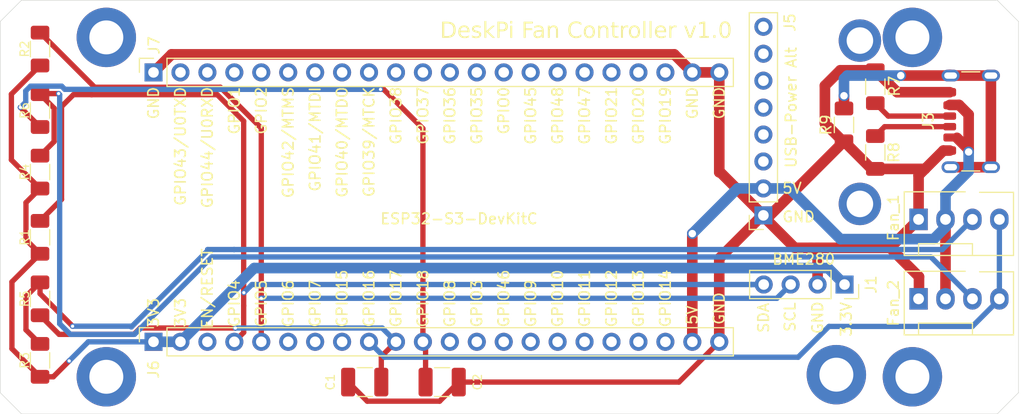
<source format=kicad_pcb>
(kicad_pcb (version 20241229) (generator "pcbnew") (generator_version "9.0")
  (layers (0 "F.Cu" signal) (2 "B.Cu" signal) (13 "F.Paste" user) (15 "B.Paste" user) (5 "F.SilkS" user "F.Silkscreen") (7 "B.SilkS" user "B.Silkscreen") (1 "F.Mask" user) (3 "B.Mask" user) (25 "Edge.Cuts" user))
  (net 0 "")
  (net 7 "Net-(J3-CC2)")
  (net 8 "Net-(J3-CC1)")
  (net 9 "Net-(J3-SHIELD)")
  (net 10 "Tach_Fan1")
  (net 11 "GND")
  (net 12 "Tach_Fan2")
  (net 13 "SDA")
  (net 14 "3.3V")
  (net 15 "SCL")
  (net 16 "5V")
  (net 17 "PWM")
  (net 18 "Tach_Fan1_pullup")
  (net 19 "Tach_Fan2_pullup")
  (net 20 "GPIO10")
  (net 21 "GPIO09")
  (net 22 "GPIO12")
  (net 23 "GPIO46")
  (net 24 "GPIO11")
  (net 25 "GPIO03")
  (net 26 "GPIO06")
  (net 27 "GPIO15")
  (net 28 "CHIP_PU")
  (net 29 "GPIO07")
  (net 30 "GPIO08")
  (net 31 "GPIO14")
  (net 32 "GPIO13")
  (net 33 "GPIO21")
  (net 34 "GPIO01")
  (net 35 "GPIO41")
  (net 36 "GPIO19")
  (net 37 "GPIO02")
  (net 38 "GPIO42")
  (net 39 "GPIO37")
  (net 40 "GPIO36")
  (net 41 "GPIO48")
  (net 42 "GPIO39")
  (net 43 "GPIO0")
  (net 44 "GPIO47")
  (net 45 "GPIO38")
  (net 46 "GPIO40")
  (net 47 "GPIO45")
  (net 48 "GPIO35")
  (net 49 "GPIO44")
  (net 50 "GPIO20")
  (net 51 "GPIO43")
  (footprint "Resistor_SMD:R_1206_3216Metric_Pad1.30x1.75mm_HandSolder" (layer "F.Cu") (at 189.5 88.65 90)
    (property "Reference" "R7" (at 0.05 1.8 90) (layer "F.SilkS"))
    (property "Value" "5100R" (hide yes))
    (fp_line (start -0.727064 -0.91) (end 0.727064 -0.91) (stroke (width 0.12)) (layer "F.SilkS"))
    (fp_line (start -0.727064 0.91) (end 0.727064 0.91) (stroke (width 0.12)) (layer "F.SilkS"))
    (pad "1" smd roundrect (at -1.55 0 90) (size 1.3 1.75) (layers "F.Cu" "F.Mask" "F.Paste") (roundrect_rratio 0.192308) (net 7 "Net-(J3-CC2)"))
    (pad "2" smd roundrect (at 1.55 0 90) (size 1.3 1.75) (layers "F.Cu" "F.Mask" "F.Paste") (roundrect_rratio 0.192308) (net 11 "GND"))
  )
  (footprint "Connector_PinSocket_2.54mm:PinSocket_1x22_P2.54mm_Vertical" (layer "F.Cu") (at 121.449 87.301 90)
    (property "Reference" "J7" (at 2.55 0.05 270) (layer "F.SilkS"))
    (property "Value" "Conn_01x22_Socket" (hide yes))
    (fp_line (start 1.33 -1.33) (end 1.33 0) (stroke (width 0.12)) (layer "F.SilkS"))
    (fp_line (start 0 -1.33) (end 1.33 -1.33) (stroke (width 0.12)) (layer "F.SilkS"))
    (fp_line (start 1.33 1.27) (end 1.33 54.67) (stroke (width 0.12)) (layer "F.SilkS"))
    (fp_line (start -1.33 1.27) (end 1.33 1.27) (stroke (width 0.12)) (layer "F.SilkS"))
    (fp_line (start -1.33 1.27) (end -1.33 54.67) (stroke (width 0.12)) (layer "F.SilkS"))
    (fp_line (start -1.33 54.67) (end 1.33 54.67) (stroke (width 0.12)) (layer "F.SilkS"))
    (pad "1" thru_hole rect (at 0 0 90) (size 1.7 1.7) (drill 1) (layers "*.Cu" "*.Mask") (net 11 "GND"))
    (pad "2" thru_hole circle (at 0 2.54 90) (size 1.7 1.7) (drill 1) (layers "*.Cu" "*.Mask") (net 51 "GPIO43"))
    (pad "3" thru_hole circle (at 0 5.08 90) (size 1.7 1.7) (drill 1) (layers "*.Cu" "*.Mask") (net 49 "GPIO44"))
    (pad "4" thru_hole circle (at 0 7.62 90) (size 1.7 1.7) (drill 1) (layers "*.Cu" "*.Mask") (net 34 "GPIO01"))
    (pad "5" thru_hole circle (at 0 10.16 90) (size 1.7 1.7) (drill 1) (layers "*.Cu" "*.Mask") (net 37 "GPIO02"))
    (pad "6" thru_hole circle (at 0 12.7 90) (size 1.7 1.7) (drill 1) (layers "*.Cu" "*.Mask") (net 38 "GPIO42"))
    (pad "7" thru_hole circle (at 0 15.24 90) (size 1.7 1.7) (drill 1) (layers "*.Cu" "*.Mask") (net 35 "GPIO41"))
    (pad "8" thru_hole circle (at 0 17.78 90) (size 1.7 1.7) (drill 1) (layers "*.Cu" "*.Mask") (net 46 "GPIO40"))
    (pad "9" thru_hole circle (at 0 20.32 90) (size 1.7 1.7) (drill 1) (layers "*.Cu" "*.Mask") (net 42 "GPIO39"))
    (pad "10" thru_hole circle (at 0 22.86 90) (size 1.7 1.7) (drill 1) (layers "*.Cu" "*.Mask") (net 45 "GPIO38"))
    (pad "11" thru_hole circle (at 0 25.4 90) (size 1.7 1.7) (drill 1) (layers "*.Cu" "*.Mask") (net 39 "GPIO37"))
    (pad "12" thru_hole circle (at 0 27.94 90) (size 1.7 1.7) (drill 1) (layers "*.Cu" "*.Mask") (net 40 "GPIO36"))
    (pad "13" thru_hole circle (at 0 30.48 90) (size 1.7 1.7) (drill 1) (layers "*.Cu" "*.Mask") (net 48 "GPIO35"))
    (pad "14" thru_hole circle (at 0 33.02 90) (size 1.7 1.7) (drill 1) (layers "*.Cu" "*.Mask") (net 43 "GPIO0"))
    (pad "15" thru_hole circle (at 0 35.56 90) (size 1.7 1.7) (drill 1) (layers "*.Cu" "*.Mask") (net 47 "GPIO45"))
    (pad "16" thru_hole circle (at 0 38.1 90) (size 1.7 1.7) (drill 1) (layers "*.Cu" "*.Mask") (net 41 "GPIO48"))
    (pad "17" thru_hole circle (at 0 40.64 90) (size 1.7 1.7) (drill 1) (layers "*.Cu" "*.Mask") (net 44 "GPIO47"))
    (pad "18" thru_hole circle (at 0 43.18 90) (size 1.7 1.7) (drill 1) (layers "*.Cu" "*.Mask") (net 33 "GPIO21"))
    (pad "19" thru_hole circle (at 0 45.72 90) (size 1.7 1.7) (drill 1) (layers "*.Cu" "*.Mask") (net 50 "GPIO20"))
    (pad "20" thru_hole circle (at 0 48.26 90) (size 1.7 1.7) (drill 1) (layers "*.Cu" "*.Mask") (net 36 "GPIO19"))
    (pad "21" thru_hole circle (at 0 50.8 90) (size 1.7 1.7) (drill 1) (layers "*.Cu" "*.Mask") (net 11 "GND"))
    (pad "22" thru_hole circle (at 0 53.34 90) (size 1.7 1.7) (drill 1) (layers "*.Cu" "*.Mask") (net 11 "GND"))
  )
  (footprint "Resistor_SMD:R_1206_3216Metric_Pad1.30x1.75mm_HandSolder" (layer "F.Cu") (at 110.75 108.65 90)
    (property "Reference" "R5" (hide yes))
    (property "Value" "3300R" (hide yes))
    (fp_line (start -0.727064 -0.91) (end 0.727064 -0.91) (stroke (width 0.12)) (layer "F.SilkS"))
    (fp_line (start -0.727064 0.91) (end 0.727064 0.91) (stroke (width 0.12)) (layer "F.SilkS"))
    (fp_text user "${REFERENCE}" (at 0 -1.45 90) (layer "F.SilkS") (effects (font (size 0.8 0.8) (thickness 0.12))))
    (pad "1" smd roundrect (at -1.55 0 90) (size 1.3 1.75) (layers "F.Cu" "F.Mask" "F.Paste") (roundrect_rratio 0.192308) (net 10 "Tach_Fan1"))
    (pad "2" smd roundrect (at 1.55 0 90) (size 1.3 1.75) (layers "F.Cu" "F.Mask" "F.Paste") (roundrect_rratio 0.192308) (net 18 "Tach_Fan1_pullup"))
  )
  (footprint "MountingHole:MountingHole_3.2mm_M3_DIN965_Pad" (layer "F.Cu") (at 193 116)
    (property "Reference" "H4" (hide yes))
    (property "Value" "MountingHole" (hide yes))
    (pad "1" thru_hole circle (at 0 0) (size 5.6 5.6) (drill 3.2) (layers "*.Cu" "*.Mask"))
  )
  (footprint "Connector_USB:USB_C_Receptacle_GCT_USB4125-xx-x_6P_TopMnt_Horizontal" (layer "F.Cu") (at 199.6 91.92 90)
    (property "Reference" "J3" (at 0 -5.1 90) (layer "F.SilkS"))
    (property "Value" "USB_C_Receptacle_PowerOnly_6P" (hide yes))
    (fp_line (start 4.67 -0.25) (end 4.67 -1.95) (stroke (width 0.12)) (layer "F.SilkS"))
    (fp_line (start -4.67 -0.25) (end -4.67 -1.95) (stroke (width 0.12)) (layer "F.SilkS"))
    (pad "A5" smd roundrect (at -0.5 -3.08 90) (size 0.7 1.2) (layers "F.Cu" "F.Mask" "F.Paste") (net 8 "Net-(J3-CC1)"))
    (pad "A9" smd roundrect (at 1.52 -3.08 270) (size 0.76 1.2) (layers "F.Cu" "F.Mask" "F.Paste") (net 16 "5V"))
    (pad "A12" smd roundrect (at 2.75 -3.08 270) (size 0.8 1.2) (layers "F.Cu" "F.Mask" "F.Paste") (net 11 "GND"))
    (pad "B5" smd roundrect (at 0.5 -3.08 270) (size 0.7 1.2) (layers "F.Cu" "F.Mask" "F.Paste") (net 7 "Net-(J3-CC2)"))
    (pad "B9" smd roundrect (at -1.52 -3.08 90) (size 0.76 1.2) (layers "F.Cu" "F.Mask" "F.Paste") (net 16 "5V"))
    (pad "B12" smd roundrect (at -2.75 -3.08 90) (size 0.8 1.2) (layers "F.Cu" "F.Mask" "F.Paste") (net 11 "GND"))
    (pad "S1" thru_hole oval (at -4.32 -3 90) (size 1.1 1.7) (drill oval 0.6 1.2) (property pad_prop_heatsink) (layers "*.Cu" "*.Mask" "F.Paste") (net 9 "Net-(J3-SHIELD)"))
    (pad "S1" thru_hole oval (at -4.32 0.8 90) (size 1.1 1.7) (drill oval 0.6 1.2) (property pad_prop_heatsink) (layers "*.Cu" "*.Mask" "F.Paste") (net 9 "Net-(J3-SHIELD)"))
    (pad "S1" thru_hole oval (at 4.32 -3 90) (size 1.1 1.7) (drill oval 0.6 1.2) (property pad_prop_heatsink) (layers "*.Cu" "*.Mask" "F.Paste") (net 9 "Net-(J3-SHIELD)"))
    (pad "S1" thru_hole oval (at 4.32 0.8 90) (size 1.1 1.7) (drill oval 0.6 1.2) (property pad_prop_heatsink) (layers "*.Cu" "*.Mask" "F.Paste") (net 9 "Net-(J3-SHIELD)"))
  )
  (footprint "Resistor_SMD:R_1206_3216Metric_Pad1.30x1.75mm_HandSolder" (layer "F.Cu") (at 110.75 96.7 90)
    (property "Reference" "R4" (hide yes))
    (property "Value" "10000R" (hide yes))
    (fp_line (start -0.727064 -0.91) (end 0.727064 -0.91) (stroke (width 0.12)) (layer "F.SilkS"))
    (fp_line (start -0.727064 0.91) (end 0.727064 0.91) (stroke (width 0.12)) (layer "F.SilkS"))
    (fp_text user "${REFERENCE}" (at 0 -1.45 90) (layer "F.SilkS") (effects (font (size 0.8 0.8) (thickness 0.12))))
    (pad "1" smd roundrect (at -1.55 0 90) (size 1.3 1.75) (layers "F.Cu" "F.Mask" "F.Paste") (roundrect_rratio 0.192308) (net 14 "3.3V"))
    (pad "2" smd roundrect (at 1.55 0 90) (size 1.3 1.75) (layers "F.Cu" "F.Mask" "F.Paste") (roundrect_rratio 0.192308) (net 19 "Tach_Fan2_pullup"))
  )
  (footprint "Capacitor_SMD:C_1210_3225Metric_Pad1.33x2.70mm_HandSolder" (layer "F.Cu") (at 141.3625 116.5)
    (property "Reference" "C1" (hide yes))
    (property "Value" "0.1nF" (hide yes))
    (fp_line (start -0.711252 -1.36) (end 0.711252 -1.36) (stroke (width 0.12)) (layer "F.SilkS"))
    (fp_line (start -0.711252 1.36) (end 0.711252 1.36) (stroke (width 0.12)) (layer "F.SilkS"))
    (fp_text user "${REFERENCE}" (at -3.2375 0 90) (layer "F.SilkS") (effects (font (size 0.8 0.8) (thickness 0.12))))
    (pad "1" smd roundrect (at -1.5625 0) (size 1.325 2.7) (layers "F.Cu" "F.Mask" "F.Paste") (roundrect_rratio 0.188679) (net 11 "GND"))
    (pad "2" smd roundrect (at 1.5625 0) (size 1.325 2.7) (layers "F.Cu" "F.Mask" "F.Paste") (roundrect_rratio 0.188679) (net 10 "Tach_Fan1"))
  )
  (footprint "Resistor_SMD:R_1206_3216Metric_Pad1.30x1.75mm_HandSolder" (layer "F.Cu") (at 110.75 85.1 90)
    (property "Reference" "R2" (hide yes))
    (property "Value" "3300R" (hide yes))
    (fp_line (start -0.727064 -0.91) (end 0.727064 -0.91) (stroke (width 0.12)) (layer "F.SilkS"))
    (fp_line (start -0.727064 0.91) (end 0.727064 0.91) (stroke (width 0.12)) (layer "F.SilkS"))
    (fp_text user "${REFERENCE}" (at 0 -1.45 90) (layer "F.SilkS") (effects (font (size 0.8 0.8) (thickness 0.12))))
    (pad "1" smd roundrect (at -1.55 0 90) (size 1.3 1.75) (layers "F.Cu" "F.Mask" "F.Paste") (roundrect_rratio 0.192308) (net 14 "3.3V"))
    (pad "2" smd roundrect (at 1.55 0 90) (size 1.3 1.75) (layers "F.Cu" "F.Mask" "F.Paste") (roundrect_rratio 0.192308) (net 15 "SCL"))
  )
  (footprint "MountingHole:MountingHole_3.2mm_M3_DIN965_Pad" (layer "F.Cu") (at 117 116)
    (property "Reference" "H1" (hide yes))
    (property "Value" "MountingHole" (hide yes))
    (pad "1" thru_hole circle (at 0 0) (size 5.6 5.6) (drill 3.2) (layers "*.Cu" "*.Mask"))
  )
  (footprint "" (layer "F.Cu") (at 188.049 99.701)
    (property "Reference" "" (at 0 0 0) (layer "F.SilkS") (effects (font (size 1.27 1.27))))
    (property "Value" "")
    (pad "9" thru_hole circle (at 0 0 180) (size 4 4) (drill 2.5) (layers "*.Cu" "*.Mask"))
  )
  (footprint "PCM_Espressif:ESP32-S3-DevKitC" (layer "F.Cu") (at 121 112.4 90)
    (property "Reference" "U1" (hide yes))
    (property "Value" "ESP32-S3-DevKitC" (at 11.299 29.249 0) (layer "F.SilkS"))
    (fp_text user "GPIO16" (at 0.969 20.769 90) (layer "F.SilkS") (effects (justify left)))
    (fp_text user "GPIO42/MTMS" (at 23.829 13.149 90) (layer "F.SilkS") (effects (justify right)))
    (fp_text user "GPIO35" (at 23.829 30.929 90) (layer "F.SilkS") (effects (justify right)))
    (fp_text user "GPIO0" (at 23.829 33.469 90) (layer "F.SilkS") (effects (justify right)))
    (fp_text user "GPIO11" (at 0.969 41.089 90) (layer "F.SilkS") (effects (justify left)))
    (fp_text user "GPIO43/U0TXD" (at 23.829 2.989 90) (layer "F.SilkS") (effects (justify right)))
    (fp_text user "GPIO46" (at 0.969 33.469 90) (layer "F.SilkS") (effects (justify left)))
    (fp_text user "GPIO36" (at 23.829 28.389 90) (layer "F.SilkS") (effects (justify right)))
    (fp_text user "GPIO15" (at 0.969 18.229 90) (layer "F.SilkS") (effects (justify left)))
    (fp_text user "3V3" (at 0.969 2.989 90) (layer "F.SilkS") (effects (justify left)))
    (fp_text user "GPIO10" (at 0.969 38.549 90) (layer "F.SilkS") (effects (justify left)))
    (fp_text user "GPIO37" (at 23.829 25.849 90) (layer "F.SilkS") (effects (justify right)))
    (fp_text user "GPIO12" (at 0.969 43.629 90) (layer "F.SilkS") (effects (justify left)))
    (fp_text user "GPIO6" (at 0.969 13.149 90) (layer "F.SilkS") (effects (justify left)))
    (fp_text user "GPIO3" (at 0.969 30.929 90) (layer "F.SilkS") (effects (justify left)))
    (fp_text user "GPIO8" (at 0.969 28.389 90) (layer "F.SilkS") (effects (justify left)))
    (fp_text user "GPIO44/U0RXD" (at 23.829 5.529 90) (layer "F.SilkS") (effects (justify right)))
    (fp_text user "5V" (at 1.21932 51.24628 90) (layer "F.SilkS") (effects (justify left)))
    (fp_text user "GPIO13" (at 0.969 46.169 90) (layer "F.SilkS") (effects (justify left)))
    (fp_text user "GPIO48" (at 23.829 38.549 90) (layer "F.SilkS") (effects (justify right)))
    (fp_text user "GPIO21" (at 23.829 43.629 90) (layer "F.SilkS") (effects (justify right)))
    (fp_text user "GPIO7" (at 0.969 15.689 90) (layer "F.SilkS") (effects (justify left)))
    (fp_text user "GPIO9" (at 0.969 36.009 90) (layer "F.SilkS") (effects (justify left)))
    (fp_text user "3V3" (at 0.969 0.449 90) (layer "F.SilkS") (effects (justify left)))
    (fp_text user "GPIO1" (at 23.829 8.069 90) (layer "F.SilkS") (effects (justify right)))
    (fp_text user "GPIO40/MTDO" (at 23.829 18.229 90) (layer "F.SilkS") (effects (justify right)))
    (fp_text user "GND" (at 1.21932 53.78628 90) (layer "F.SilkS") (effects (justify left)))
    (fp_text user "GPIO45" (at 23.829 36.009 90) (layer "F.SilkS") (effects (justify right)))
    (fp_text user "GPIO39/MTCK" (at 23.829 20.769 90) (layer "F.SilkS") (effects (justify right)))
    (fp_text user "GND" (at 23.829 51.249 90) (layer "F.SilkS") (effects (justify right)))
    (fp_text user "EN/RESET" (at 8.58532 5.52628 90) (layer "F.SilkS") (effects (justify right)))
    (fp_text user "GPIO38" (at 23.829 23.309 90) (layer "F.SilkS") (effects (justify right)))
    (fp_text user "GPIO4" (at 0.969 8.069 90) (layer "F.SilkS") (effects (justify left)))
    (fp_text user "GPIO17" (at 0.969 23.309 90) (layer "F.SilkS") (effects (justify left)))
    (fp_text user "GPIO14" (at 0.969 48.709 90) (layer "F.SilkS") (effects (justify left)))
    (fp_text user "GPIO18" (at 0.969 25.849 90) (layer "F.SilkS") (effects (justify left)))
    (fp_text user "GPIO20" (at 23.829 46.169 90) (layer "F.SilkS") (effects (justify right)))
    (fp_text user "GPIO47" (at 23.829 41.089 90) (layer "F.SilkS") (effects (justify right)))
    (fp_text user "GPIO5" (at 0.969 10.609 90) (layer "F.SilkS") (effects (justify left)))
    (fp_text user "GPIO41/MTDI" (at 23.829 15.689 90) (layer "F.SilkS") (effects (justify right)))
    (fp_text user "GPIO19" (at 23.829 48.709 90) (layer "F.SilkS") (effects (justify right)))
    (fp_text user "GND" (at 23.829 53.789 90) (layer "F.SilkS") (effects (justify right)))
    (fp_text user "GND" (at 23.829 0.449 90) (layer "F.SilkS") (effects (justify right)))
    (fp_text user "GPIO2" (at 23.829 10.609 90) (layer "F.SilkS") (effects (justify right)))
  )
  (footprint "Connector:FanPinHeader_1x04_P2.54mm_Vertical" (layer "F.Cu") (at 193.58 101.16)
    (property "Reference" "J2" (hide yes))
    (property "Value" "Fan_1" (hide yes))
    (fp_line (start -1.35 -2.6) (end 4.4 -2.6) (stroke (width 0.12)) (layer "F.SilkS"))
    (fp_line (start -1.35 3.4) (end -1.35 -2.6) (stroke (width 0.12)) (layer "F.SilkS"))
    (fp_line (start 0 2.29) (end 5.08 2.29) (stroke (width 0.12)) (layer "F.SilkS"))
    (fp_line (start 0 3.3) (end 0 2.29) (stroke (width 0.12)) (layer "F.SilkS"))
    (fp_line (start 5.08 2.29) (end 5.08 3.3) (stroke (width 0.12)) (layer "F.SilkS"))
    (fp_line (start 5.75 -2.55) (end 8.95 -2.55) (stroke (width 0.12)) (layer "F.SilkS"))
    (fp_line (start 8.95 -2.55) (end 8.95 3.4) (stroke (width 0.12)) (layer "F.SilkS"))
    (fp_line (start 8.95 3.4) (end -1.35 3.4) (stroke (width 0.12)) (layer "F.SilkS"))
    (pad "" np_thru_hole circle (at 5.08 -2.16 90) (size 1.1 1.1) (drill 1.1) (layers "*.Cu" "*.Mask"))
    (pad "1" thru_hole rect (at 0 0 90) (size 2.03 1.73) (drill 1.02) (layers "*.Cu" "*.Mask") (net 11 "GND"))
    (pad "2" thru_hole oval (at 2.54 0 90) (size 2.03 1.73) (drill 1.02) (layers "*.Cu" "*.Mask") (net 16 "5V"))
    (pad "3" thru_hole oval (at 5.08 0 90) (size 2.03 1.73) (drill 1.02) (layers "*.Cu" "*.Mask") (net 18 "Tach_Fan1_pullup"))
    (pad "4" thru_hole oval (at 7.62 0 90) (size 2.03 1.73) (drill 1.02) (layers "*.Cu" "*.Mask") (net 17 "PWM"))
  )
  (footprint "Capacitor_SMD:C_1210_3225Metric_Pad1.33x2.70mm_HandSolder" (layer "F.Cu") (at 148.6625 116.5 180)
    (property "Reference" "C2" (hide yes))
    (property "Value" "0.1nF" (hide yes))
    (fp_line (start -0.711252 1.36) (end 0.711252 1.36) (stroke (width 0.12)) (layer "F.SilkS"))
    (fp_line (start -0.711252 -1.36) (end 0.711252 -1.36) (stroke (width 0.12)) (layer "F.SilkS"))
    (fp_text user "${REFERENCE}" (at -3.3375 0 90) (layer "F.SilkS") (effects (font (size 0.8 0.8) (thickness 0.12))))
    (pad "1" smd roundrect (at -1.5625 0 180) (size 1.325 2.7) (layers "F.Cu" "F.Mask" "F.Paste") (roundrect_rratio 0.188679) (net 11 "GND"))
    (pad "2" smd roundrect (at 1.5625 0 180) (size 1.325 2.7) (layers "F.Cu" "F.Mask" "F.Paste") (roundrect_rratio 0.188679) (net 12 "Tach_Fan2"))
  )
  (footprint "Connector_PinSocket_2.54mm:PinSocket_1x22_P2.54mm_Vertical" (layer "F.Cu") (at 121.449 112.701 90)
    (property "Reference" "J6" (at -2.6 0 270) (layer "F.SilkS"))
    (property "Value" "Conn_01x22_Socket" (hide yes))
    (fp_line (start 1.33 -1.33) (end 1.33 0) (stroke (width 0.12)) (layer "F.SilkS"))
    (fp_line (start 0 -1.33) (end 1.33 -1.33) (stroke (width 0.12)) (layer "F.SilkS"))
    (fp_line (start 1.33 1.27) (end 1.33 54.67) (stroke (width 0.12)) (layer "F.SilkS"))
    (fp_line (start -1.33 1.27) (end 1.33 1.27) (stroke (width 0.12)) (layer "F.SilkS"))
    (fp_line (start -1.33 1.27) (end -1.33 54.67) (stroke (width 0.12)) (layer "F.SilkS"))
    (fp_line (start -1.33 54.67) (end 1.33 54.67) (stroke (width 0.12)) (layer "F.SilkS"))
    (pad "1" thru_hole rect (at 0 0 90) (size 1.7 1.7) (drill 1) (layers "*.Cu" "*.Mask") (net 14 "3.3V"))
    (pad "2" thru_hole circle (at 0 2.54 90) (size 1.7 1.7) (drill 1) (layers "*.Cu" "*.Mask") (net 14 "3.3V"))
    (pad "3" thru_hole circle (at 0 5.08 90) (size 1.7 1.7) (drill 1) (layers "*.Cu" "*.Mask") (net 28 "CHIP_PU"))
    (pad "4" thru_hole circle (at 0 7.62 90) (size 1.7 1.7) (drill 1) (layers "*.Cu" "*.Mask") (net 13 "SDA"))
    (pad "5" thru_hole circle (at 0 10.16 90) (size 1.7 1.7) (drill 1) (layers "*.Cu" "*.Mask") (net 15 "SCL"))
    (pad "6" thru_hole circle (at 0 12.7 90) (size 1.7 1.7) (drill 1) (layers "*.Cu" "*.Mask") (net 26 "GPIO06"))
    (pad "7" thru_hole circle (at 0 15.24 90) (size 1.7 1.7) (drill 1) (layers "*.Cu" "*.Mask") (net 29 "GPIO07"))
    (pad "8" thru_hole circle (at 0 17.78 90) (size 1.7 1.7) (drill 1) (layers "*.Cu" "*.Mask") (net 27 "GPIO15"))
    (pad "9" thru_hole circle (at 0 20.32 90) (size 1.7 1.7) (drill 1) (layers "*.Cu" "*.Mask") (net 17 "PWM"))
    (pad "10" thru_hole circle (at 0 22.86 90) (size 1.7 1.7) (drill 1) (layers "*.Cu" "*.Mask") (net 10 "Tach_Fan1"))
    (pad "11" thru_hole circle (at 0 25.4 90) (size 1.7 1.7) (drill 1) (layers "*.Cu" "*.Mask") (net 12 "Tach_Fan2"))
    (pad "12" thru_hole circle (at 0 27.94 90) (size 1.7 1.7) (drill 1) (layers "*.Cu" "*.Mask") (net 30 "GPIO08"))
    (pad "13" thru_hole circle (at 0 30.48 90) (size 1.7 1.7) (drill 1) (layers "*.Cu" "*.Mask") (net 25 "GPIO03"))
    (pad "14" thru_hole circle (at 0 33.02 90) (size 1.7 1.7) (drill 1) (layers "*.Cu" "*.Mask") (net 23 "GPIO46"))
    (pad "15" thru_hole circle (at 0 35.56 90) (size 1.7 1.7) (drill 1) (layers "*.Cu" "*.Mask") (net 21 "GPIO09"))
    (pad "16" thru_hole circle (at 0 38.1 90) (size 1.7 1.7) (drill 1) (layers "*.Cu" "*.Mask") (net 20 "GPIO10"))
    (pad "17" thru_hole circle (at 0 40.64 90) (size 1.7 1.7) (drill 1) (layers "*.Cu" "*.Mask") (net 24 "GPIO11"))
    (pad "18" thru_hole circle (at 0 43.18 90) (size 1.7 1.7) (drill 1) (layers "*.Cu" "*.Mask") (net 22 "GPIO12"))
    (pad "19" thru_hole circle (at 0 45.72 90) (size 1.7 1.7) (drill 1) (layers "*.Cu" "*.Mask") (net 32 "GPIO13"))
    (pad "20" thru_hole circle (at 0 48.26 90) (size 1.7 1.7) (drill 1) (layers "*.Cu" "*.Mask") (net 31 "GPIO14"))
    (pad "21" thru_hole circle (at 0 50.8 90) (size 1.7 1.7) (drill 1) (layers "*.Cu" "*.Mask") (net 16 "5V"))
    (pad "22" thru_hole circle (at 0 53.34 90) (size 1.7 1.7) (drill 1) (layers "*.Cu" "*.Mask") (net 11 "GND"))
  )
  (footprint "Resistor_SMD:R_1206_3216Metric_Pad1.30x1.75mm_HandSolder" (layer "F.Cu") (at 110.75 114.45 90)
    (property "Reference" "R3" (hide yes))
    (property "Value" "10000R" (hide yes))
    (fp_line (start -0.727064 -0.91) (end 0.727064 -0.91) (stroke (width 0.12)) (layer "F.SilkS"))
    (fp_line (start -0.727064 0.91) (end 0.727064 0.91) (stroke (width 0.12)) (layer "F.SilkS"))
    (fp_text user "${REFERENCE}" (at 0 -1.45 90) (layer "F.SilkS") (effects (font (size 0.8 0.8) (thickness 0.12))))
    (pad "1" smd roundrect (at -1.55 0 90) (size 1.3 1.75) (layers "F.Cu" "F.Mask" "F.Paste") (roundrect_rratio 0.192308) (net 14 "3.3V"))
    (pad "2" smd roundrect (at 1.55 0 90) (size 1.3 1.75) (layers "F.Cu" "F.Mask" "F.Paste") (roundrect_rratio 0.192308) (net 18 "Tach_Fan1_pullup"))
  )
  (footprint "Resistor_SMD:R_1206_3216Metric_Pad1.30x1.75mm_HandSolder" (layer "F.Cu") (at 110.75 102.85 90)
    (property "Reference" "R1" (hide yes))
    (property "Value" "3300R" (hide yes))
    (fp_line (start -0.727064 -0.91) (end 0.727064 -0.91) (stroke (width 0.12)) (layer "F.SilkS"))
    (fp_line (start -0.727064 0.91) (end 0.727064 0.91) (stroke (width 0.12)) (layer "F.SilkS"))
    (fp_text user "${REFERENCE}" (at 0 -1.45 90) (layer "F.SilkS") (effects (font (size 0.8 0.8) (thickness 0.12))))
    (pad "1" smd roundrect (at -1.55 0 90) (size 1.3 1.75) (layers "F.Cu" "F.Mask" "F.Paste") (roundrect_rratio 0.192308) (net 14 "3.3V"))
    (pad "2" smd roundrect (at 1.55 0 90) (size 1.3 1.75) (layers "F.Cu" "F.Mask" "F.Paste") (roundrect_rratio 0.192308) (net 13 "SDA"))
  )
  (footprint "Connector:FanPinHeader_1x04_P2.54mm_Vertical" (layer "F.Cu") (at 193.58 108.65)
    (property "Reference" "J4" (hide yes))
    (property "Value" "Fan_2" (at -2.38 0.4 90) (layer "F.SilkS"))
    (fp_line (start -1.35 -2.6) (end 4.4 -2.6) (stroke (width 0.12)) (layer "F.SilkS"))
    (fp_line (start -1.35 3.4) (end -1.35 -2.6) (stroke (width 0.12)) (layer "F.SilkS"))
    (fp_line (start 0 2.29) (end 5.08 2.29) (stroke (width 0.12)) (layer "F.SilkS"))
    (fp_line (start 0 3.3) (end 0 2.29) (stroke (width 0.12)) (layer "F.SilkS"))
    (fp_line (start 5.08 2.29) (end 5.08 3.3) (stroke (width 0.12)) (layer "F.SilkS"))
    (fp_line (start 5.75 -2.55) (end 8.95 -2.55) (stroke (width 0.12)) (layer "F.SilkS"))
    (fp_line (start 8.95 -2.55) (end 8.95 3.4) (stroke (width 0.12)) (layer "F.SilkS"))
    (fp_line (start 8.95 3.4) (end -1.35 3.4) (stroke (width 0.12)) (layer "F.SilkS"))
    (pad "" np_thru_hole circle (at 5.08 -2.16 90) (size 1.1 1.1) (drill 1.1) (layers "*.Cu" "*.Mask"))
    (pad "1" thru_hole rect (at 0 0 90) (size 2.03 1.73) (drill 1.02) (layers "*.Cu" "*.Mask") (net 11 "GND"))
    (pad "2" thru_hole oval (at 2.54 0 90) (size 2.03 1.73) (drill 1.02) (layers "*.Cu" "*.Mask") (net 16 "5V"))
    (pad "3" thru_hole oval (at 5.08 0 90) (size 2.03 1.73) (drill 1.02) (layers "*.Cu" "*.Mask") (net 19 "Tach_Fan2_pullup"))
    (pad "4" thru_hole oval (at 7.62 0 90) (size 2.03 1.73) (drill 1.02) (layers "*.Cu" "*.Mask") (net 17 "PWM"))
  )
  (footprint "MountingHole:MountingHole_3.2mm_M3_DIN965_Pad" (layer "F.Cu") (at 185.83 115.8 90)
    (property "Reference" "H9" (hide yes))
    (property "Value" "MountingHole" (hide yes))
    (pad "1" thru_hole circle (at 0 0 90) (size 5.6 5.6) (drill 3.2) (layers "*.Cu" "*.Mask"))
  )
  (footprint "Connector_PinSocket_2.54mm:PinSocket_1x04_P2.54mm_Vertical" (layer "F.Cu") (at 186.6 107.3 -90)
    (property "Reference" "J1" (at 0 -2.5 270) (layer "F.SilkS"))
    (property "Value" "BME280" (hide yes))
    (fp_line (start -1.33 8.95) (end 1.33 8.95) (stroke (width 0.12)) (layer "F.SilkS"))
    (fp_line (start -1.33 1.27) (end -1.33 8.95) (stroke (width 0.12)) (layer "F.SilkS"))
    (fp_line (start -1.33 1.27) (end 1.33 1.27) (stroke (width 0.12)) (layer "F.SilkS"))
    (fp_line (start 1.33 1.27) (end 1.33 8.95) (stroke (width 0.12)) (layer "F.SilkS"))
    (fp_line (start 0 -1.33) (end 1.33 -1.33) (stroke (width 0.12)) (layer "F.SilkS"))
    (fp_line (start 1.33 -1.33) (end 1.33 0) (stroke (width 0.12)) (layer "F.SilkS"))
    (pad "1" thru_hole rect (at 0 0 270) (size 1.7 1.7) (drill 1) (layers "*.Cu" "*.Mask") (net 14 "3.3V"))
    (pad "2" thru_hole circle (at 0 2.54 270) (size 1.7 1.7) (drill 1) (layers "*.Cu" "*.Mask") (net 11 "GND"))
    (pad "3" thru_hole circle (at 0 5.08 270) (size 1.7 1.7) (drill 1) (layers "*.Cu" "*.Mask") (net 15 "SCL"))
    (pad "4" thru_hole circle (at 0 7.62 270) (size 1.7 1.7) (drill 1) (layers "*.Cu" "*.Mask") (net 13 "SDA"))
  )
  (footprint "Connector_PinSocket_2.54mm:PinSocket_1x08_P2.54mm_Vertical" (layer "F.Cu") (at 178.949 100.781 180)
    (property "Reference" "J5" (at -2.5 18.18 90) (layer "F.SilkS"))
    (property "Value" "USB-C input" (hide yes))
    (fp_line (start 1.33 1.27) (end 1.33 19.11) (stroke (width 0.12)) (layer "F.SilkS"))
    (fp_line (start 1.33 -1.33) (end 1.33 0) (stroke (width 0.12)) (layer "F.SilkS"))
    (fp_line (start 0 -1.33) (end 1.33 -1.33) (stroke (width 0.12)) (layer "F.SilkS"))
    (fp_line (start -1.33 19.11) (end 1.33 19.11) (stroke (width 0.12)) (layer "F.SilkS"))
    (fp_line (start -1.33 1.27) (end 1.33 1.27) (stroke (width 0.12)) (layer "F.SilkS"))
    (fp_line (start -1.33 1.27) (end -1.33 19.11) (stroke (width 0.12)) (layer "F.SilkS"))
    (pad "1" thru_hole rect (at 0 0 180) (size 1.7 1.7) (drill 1) (layers "*.Cu" "*.Mask") (net 11 "GND"))
    (pad "2" thru_hole circle (at 0 2.54 180) (size 1.7 1.7) (drill 1) (layers "*.Cu" "*.Mask") (net 16 "5V"))
    (pad "3" thru_hole circle (at 0 5.08 180) (size 1.7 1.7) (drill 1) (layers "*.Cu" "*.Mask"))
    (pad "4" thru_hole circle (at 0 7.62 180) (size 1.7 1.7) (drill 1) (layers "*.Cu" "*.Mask"))
    (pad "5" thru_hole circle (at 0 10.16 180) (size 1.7 1.7) (drill 1) (layers "*.Cu" "*.Mask"))
    (pad "6" thru_hole circle (at 0 12.7 180) (size 1.7 1.7) (drill 1) (layers "*.Cu" "*.Mask"))
    (pad "7" thru_hole circle (at 0 15.24 180) (size 1.7 1.7) (drill 1) (layers "*.Cu" "*.Mask"))
    (pad "8" thru_hole circle (at 0 17.78 180) (size 1.7 1.7) (drill 1) (layers "*.Cu" "*.Mask"))
  )
  (footprint "" (layer "F.Cu") (at 188.049 84.301)
    (property "Reference" "" (at 0 0 0) (layer "F.SilkS") (effects (font (size 1.27 1.27))))
    (property "Value" "")
    (pad "10" thru_hole circle (at 0 0 180) (size 4 4) (drill 2.5) (layers "*.Cu" "*.Mask"))
  )
  (footprint "MountingHole:MountingHole_3.2mm_M3_DIN965_Pad" (layer "F.Cu") (at 193 84)
    (property "Reference" "H5" (hide yes))
    (property "Value" "MountingHole" (hide yes))
    (pad "1" thru_hole circle (at 0 0) (size 5.6 5.6) (drill 3.2) (layers "*.Cu" "*.Mask"))
  )
  (footprint "MountingHole:MountingHole_3.2mm_M3_DIN965_Pad" (layer "F.Cu") (at 117 84)
    (property "Reference" "H8" (hide yes))
    (property "Value" "MountingHole" (hide yes))
    (pad "1" thru_hole circle (at 0 0) (size 5.6 5.6) (drill 3.2) (layers "*.Cu" "*.Mask"))
  )
  (footprint "Resistor_SMD:R_1206_3216Metric_Pad1.30x1.75mm_HandSolder" (layer "F.Cu") (at 110.75 90.9 90)
    (property "Reference" "R6" (hide yes))
    (property "Value" "3300R" (hide yes))
    (fp_line (start -0.727064 -0.91) (end 0.727064 -0.91) (stroke (width 0.12)) (layer "F.SilkS"))
    (fp_line (start -0.727064 0.91) (end 0.727064 0.91) (stroke (width 0.12)) (layer "F.SilkS"))
    (fp_text user "${REFERENCE}" (at 0 -1.45 90) (layer "F.SilkS") (effects (font (size 0.8 0.8) (thickness 0.12))))
    (pad "1" smd roundrect (at -1.55 0 90) (size 1.3 1.75) (layers "F.Cu" "F.Mask" "F.Paste") (roundrect_rratio 0.192308) (net 12 "Tach_Fan2"))
    (pad "2" smd roundrect (at 1.55 0 90) (size 1.3 1.75) (layers "F.Cu" "F.Mask" "F.Paste") (roundrect_rratio 0.192308) (net 19 "Tach_Fan2_pullup"))
  )
  (footprint "Resistor_SMD:R_1206_3216Metric_Pad1.30x1.75mm_HandSolder" (layer "F.Cu") (at 186.549 92.251 90)
    (property "Reference" "R9" (at 0.001 -1.699 90) (layer "F.SilkS"))
    (property "Value" "1MR" (hide yes))
    (fp_line (start -0.727064 -0.91) (end 0.727064 -0.91) (stroke (width 0.12)) (layer "F.SilkS"))
    (fp_line (start -0.727064 0.91) (end 0.727064 0.91) (stroke (width 0.12)) (layer "F.SilkS"))
    (pad "1" smd roundrect (at -1.55 0 90) (size 1.3 1.75) (layers "F.Cu" "F.Mask" "F.Paste") (roundrect_rratio 0.192308) (net 11 "GND"))
    (pad "2" smd roundrect (at 1.55 0 90) (size 1.3 1.75) (layers "F.Cu" "F.Mask" "F.Paste") (roundrect_rratio 0.192308) (net 9 "Net-(J3-SHIELD)"))
  )
  (footprint "Resistor_SMD:R_1206_3216Metric_Pad1.30x1.75mm_HandSolder" (layer "F.Cu") (at 189.5 94.85 -90)
    (property "Reference" "R8" (at 0 -1.75 90) (layer "F.SilkS"))
    (property "Value" "5100R" (hide yes))
    (fp_line (start -0.727064 0.91) (end 0.727064 0.91) (stroke (width 0.12)) (layer "F.SilkS"))
    (fp_line (start -0.727064 -0.91) (end 0.727064 -0.91) (stroke (width 0.12)) (layer "F.SilkS"))
    (pad "1" smd roundrect (at -1.55 0 270) (size 1.3 1.75) (layers "F.Cu" "F.Mask" "F.Paste") (roundrect_rratio 0.192308) (net 8 "Net-(J3-CC1)"))
    (pad "2" smd roundrect (at 1.55 0 270) (size 1.3 1.75) (layers "F.Cu" "F.Mask" "F.Paste") (roundrect_rratio 0.192308) (net 11 "GND"))
  )
  (gr_line (start 203 82.5) (end 203 117.5) (stroke (width 0.05)) (layer "Edge.Cuts"))
  (gr_line (start 107 82.5) (end 109 80.5) (stroke (width 0.05)) (layer "Edge.Cuts"))
  (gr_line (start 109 80.5) (end 201 80.5) (stroke (width 0.05)) (layer "Edge.Cuts"))
  (gr_line (start 109 119.5) (end 201 119.5) (stroke (width 0.05)) (layer "Edge.Cuts"))
  (gr_line (start 203 117.5) (end 201 119.5) (stroke (width 0.05)) (layer "Edge.Cuts"))
  (gr_line (start 203 82.5) (end 201 80.5) (stroke (width 0.05)) (layer "Edge.Cuts"))
  (gr_line (start 107 82.5) (end 107 117.5) (stroke (width 0.05)) (layer "Edge.Cuts"))
  (gr_line (start 107 117.5) (end 109 119.5) (stroke (width 0.05)) (layer "Edge.Cuts"))
  (gr_text "DeskPi Fan Controller v1.0" (at 148.449 84.301 0) (layer "F.SilkS") (effects (font (size 1.5 1.5) (thickness 0.1875)) (justify left bottom)))
  (gr_text "GND" (at 184.65 112.05 90) (layer "F.SilkS") (effects (font (size 1 1)) (justify left bottom)))
  (gr_text "5V" (at 180.649 98.801 0) (layer "F.SilkS") (effects (font (size 1 1)) (justify left bottom)))
  (gr_text "Fan_1" (at 191.2 101 90) (layer "F.SilkS") (effects (font (size 1 1))))
  (gr_text "BME280" (at 179.7 105.5 0) (layer "F.SilkS") (effects (font (size 1 1)) (justify left bottom)))
  (gr_text "SCL" (at 182.05 111.85 90) (layer "F.SilkS") (effects (font (size 1 1)) (justify left bottom)))
  (gr_text "SDA" (at 179.55 111.95 90) (layer "F.SilkS") (effects (font (size 1 1)) (justify left bottom)))
  (gr_text "USB-Power Alt" (at 182.149 96.401 90) (layer "F.SilkS") (effects (font (size 1 1)) (justify left bottom)))
  (gr_text "3.3V" (at 187.35 112.3 90) (layer "F.SilkS") (effects (font (size 1 1)) (justify left bottom)))
  (gr_text "GND" (at 180.649 101.501 0) (layer "F.SilkS") (effects (font (size 1 1)) (justify left bottom)))
  (segment (start 190.72 91.42) (end 189.5 90.2) (width 0.5) (layer "F.Cu") (net 7))
  (segment (start 196.52 91.42) (end 190.72 91.42) (width 0.5) (layer "F.Cu") (net 7))
  (segment (start 190.38 92.42) (end 189.5 93.3) (width 0.5) (layer "F.Cu") (net 8))
  (segment (start 196.52 92.42) (end 190.38 92.42) (width 0.5) (layer "F.Cu") (net 8))
  (segment (start 196.6 96.24) (end 200.4 96.24) (width 1) (layer "F.Cu") (net 9))
  (segment (start 196.524 87.524) (end 196.6 87.6) (width 1) (layer "F.Cu") (net 9))
  (segment (start 196.6 87.6) (end 200.4 87.6) (width 1) (layer "F.Cu") (net 9))
  (segment (start 196.6 87.6) (end 191.9 87.6) (width 1) (layer "F.Cu") (net 9))
  (segment (start 186.549 90.701) (end 186.549 89.501) (width 1) (layer "F.Cu") (net 9))
  (segment (start 200.4 87.6) (end 200.4 96.24) (width 1) (layer "F.Cu") (net 9))
  (via (at 191.9 87.6) (size 1) (drill 0.7) (layers "F.Cu" "B.Cu") (net 9))
  (via (at 186.549 89.501) (size 1) (drill 0.7) (layers "F.Cu" "B.Cu") (net 9))
  (segment (start 186.549 89.501) (end 186.549 87.901) (width 1) (layer "B.Cu") (net 9))
  (segment (start 186.85 87.6) (end 191.9 87.6) (width 1) (layer "B.Cu") (net 9))
  (segment (start 186.549 87.901) (end 186.85 87.6) (width 1) (layer "B.Cu") (net 9))
  (segment (start 129.159882 111.4) (end 129.164383 111.404501) (width 0.5) (layer "F.Cu") (net 10))
  (segment (start 110.75 110.2) (end 112.55 112) (width 0.5) (layer "F.Cu") (net 10))
  (segment (start 120.2 111.4) (end 129.164383 111.4) (width 0.5) (layer "F.Cu") (net 10))
  (segment (start 142.925 114.085) (end 144.309 112.701) (width 0.5) (layer "F.Cu") (net 10))
  (segment (start 119.6 112) (end 120.2 111.4) (width 0.5) (layer "F.Cu") (net 10))
  (segment (start 142.925 116.5) (end 142.925 114.085) (width 0.5) (layer "F.Cu") (net 10))
  (segment (start 112.55 112) (end 119.6 112) (width 0.5) (layer "F.Cu") (net 10))
  (via (at 129.164383 111.404501) (size 0.5) (drill 0.3) (layers "F.Cu" "B.Cu") (net 10))
  (segment (start 129.168884 111.4) (end 143.008 111.4) (width 0.5) (layer "B.Cu") (net 10))
  (segment (start 129.164383 111.404501) (end 129.168884 111.4) (width 0.5) (layer "B.Cu") (net 10))
  (segment (start 143.008 111.4) (end 144.309 112.701) (width 0.5) (layer "B.Cu") (net 10))
  (segment (start 184.06 103.851) (end 184.05 103.841) (width 1) (layer "F.Cu") (net 11))
  (segment (start 189.5 96.4) (end 189.148 96.4) (width 1) (layer "F.Cu") (net 11))
  (segment (start 184.06 107.3) (end 184.06 103.851) (width 1) (layer "F.Cu") (net 11))
  (segment (start 195.92 94.67) (end 196.52 94.67) (width 1) (layer "F.Cu") (net 11))
  (segment (start 150.225 116.5) (end 170.99 116.5) (width 0.5) (layer "F.Cu") (net 11))
  (segment (start 178.949 100.781) (end 178.849 100.781) (width 1) (layer "F.Cu") (net 11))
  (segment (start 174.789 96.721) (end 174.889 96.721) (width 1) (layer "F.Cu") (net 11))
  (segment (start 193.62 108.66) (end 193.62 106.562) (width 1) (layer "F.Cu") (net 11))
  (segment (start 194.19 96.4) (end 195.92 94.67) (width 1) (layer "F.Cu") (net 11))
  (segment (start 189.148 96.4) (end 186.549 93.801) (width 1) (layer "F.Cu") (net 11))
  (segment (start 139.8 116.5) (end 141.601 118.301) (width 0.5) (layer "F.Cu") (net 11))
  (segment (start 172.249 87.301) (end 174.789 87.301) (width 1) (layer "F.Cu") (net 11))
  (segment (start 178.849 100.781) (end 174.78628 104.84372) (width 1) (layer "F.Cu") (net 11))
  (segment (start 148.424 118.301) (end 141.601 118.301) (width 0.5) (layer "F.Cu") (net 11))
  (segment (start 184.749 92.101) (end 186.449 93.801) (width 1) (layer "F.Cu") (net 11))
  (segment (start 186.449 93.801) (end 186.549 93.801) (width 1) (layer "F.Cu") (net 11))
  (segment (start 170.99 116.5) (end 174.789 112.701) (width 0.5) (layer "F.Cu") (net 11))
  (segment (start 178.949 100.781) (end 179.569 100.781) (width 1) (layer "F.Cu") (net 11))
  (segment (start 184.749 88.551) (end 184.749 92.101) (width 1) (layer "F.Cu") (net 11))
  (segment (start 174.889 96.721) (end 178.949 100.781) (width 1) (layer "F.Cu") (net 11))
  (segment (start 183.409 103.85) (end 183.4 103.841) (width 1) (layer "F.Cu") (net 11))
  (segment (start 189.5 96.4) (end 194.19 96.4) (width 1) (layer "F.Cu") (net 11))
  (segment (start 123.15 85.6) (end 121.449 87.301) (width 1) (layer "F.Cu") (net 11))
  (segment (start 174.789 87.301) (end 174.789 96.721) (width 1) (layer "F.Cu") (net 11))
  (segment (start 190.899 103.841) (end 184.05 103.841) (width 1) (layer "F.Cu") (net 11))
  (segment (start 184.05 103.841) (end 183.4 103.841) (width 1) (layer "F.Cu") (net 11))
  (segment (start 193.58 101.16) (end 190.899 103.841) (width 1) (layer "F.Cu") (net 11))
  (segment (start 186.2 87.1) (end 184.749 88.551) (width 1) (layer "F.Cu") (net 11))
  (segment (start 178.949 100.881) (end 178.949 100.781) (width 1) (layer "F.Cu") (net 11))
  (segment (start 172.249 87.301) (end 170.548 85.6) (width 1) (layer "F.Cu") (net 11))
  (segment (start 189.5 87.1) (end 186.2 87.1) (width 1) (layer "F.Cu") (net 11))
  (segment (start 181.909 103.841) (end 178.949 100.881) (width 1) (layer "F.Cu") (net 11))
  (segment (start 179.569 100.781) (end 186.549 93.801) (width 1) (layer "F.Cu") (net 11))
  (segment (start 174.78628 112.70468) (end 174.78628 104.84372) (width 1) (layer "F.Cu") (net 11))
  (segment (start 183.4 103.841) (end 181.909 103.841) (width 1) (layer "F.Cu") (net 11))
  (segment (start 193.58 97.01) (end 194.19 96.4) (width 1) (layer "F.Cu") (net 11))
  (segment (start 170.548 85.6) (end 123.15 85.6) (width 1) (layer "F.Cu") (net 11))
  (segment (start 193.58 101.16) (end 193.58 97.01) (width 1) (layer "F.Cu") (net 11))
  (segment (start 191.568 89.168) (end 196.52 89.168) (width 1) (layer "F.Cu") (net 11))
  (segment (start 193.62 106.562) (end 190.899 103.841) (width 1) (layer "F.Cu") (net 11))
  (segment (start 189.5 87.1) (end 191.568 89.168) (width 1) (layer "F.Cu") (net 11))
  (segment (start 150.225 116.5) (end 148.424 118.301) (width 0.5) (layer "F.Cu") (net 11))
  (segment (start 174.789 112.70196) (end 174.78628 112.70468) (width 1) (layer "B.Cu") (net 11))
  (segment (start 110.75 92.45) (end 108.9 90.6) (width 0.5) (layer "F.Cu") (net 12))
  (segment (start 146.849 112.701) (end 146.849 92.601) (width 0.5) (layer "F.Cu") (net 12))
  (segment (start 146.85 92.6) (end 143.15 88.9) (width 0.5) (layer "F.Cu") (net 12))
  (segment (start 146.849 92.601) (end 146.85 92.6) (width 0.5) (layer "F.Cu") (net 12))
  (segment (start 143.15 88.9) (end 142.848 88.9) (width 0.5) (layer "F.Cu") (net 12))
  (segment (start 147.1 112.952) (end 146.849 112.701) (width 0.5) (layer "F.Cu") (net 12))
  (segment (start 110.75 92.45) (end 110.55 92.45) (width 0.5) (layer "F.Cu") (net 12))
  (segment (start 147.1 116.5) (end 147.1 112.952) (width 0.5) (layer "F.Cu") (net 12))
  (via (at 142.848 88.9) (size 0.5) (drill 0.3) (layers "F.Cu" "B.Cu") (net 12))
  (via (at 108.9 90.6) (size 0.5) (drill 0.3) (layers "F.Cu" "B.Cu") (net 12))
  (segment (start 113.091364 88.9) (end 112.790364 88.599) (width 0.5) (layer "B.Cu") (net 12))
  (segment (start 109.4 89.05) (end 109.4 90.1) (width 0.5) (layer "B.Cu") (net 12))
  (segment (start 112.790364 88.599) (end 109.851 88.599) (width 0.5) (layer "B.Cu") (net 12))
  (segment (start 142.848 88.9) (end 113.091364 88.9) (width 0.5) (layer "B.Cu") (net 12))
  (segment (start 109.4 90.1) (end 108.9 90.6) (width 0.5) (layer "B.Cu") (net 12))
  (segment (start 109.851 88.599) (end 109.4 89.05) (width 0.5) (layer "B.Cu") (net 12))
  (segment (start 113.9 89.4) (end 115.608636 89.4) (width 0.5) (layer "F.Cu") (net 13))
  (segment (start 112.777 99.273) (end 112.777 90.523) (width 0.5) (layer "F.Cu") (net 13))
  (segment (start 129.949 111.821) (end 129.069 112.701) (width 0.5) (layer "F.Cu") (net 13))
  (segment (start 115.610636 89.402) (end 127.458636 89.402) (width 0.5) (layer "F.Cu") (net 13))
  (segment (start 129.949 109.301) (end 129.949 111.821) (width 0.5) (layer "F.Cu") (net 13))
  (segment (start 129.949 91.892364) (end 129.949 109.301) (width 0.5) (layer "F.Cu") (net 13))
  (segment (start 127.458636 89.402) (end 129.949 91.892364) (width 0.5) (layer "F.Cu") (net 13))
  (segment (start 115.608636 89.4) (end 115.610636 89.402) (width 0.5) (layer "F.Cu") (net 13))
  (segment (start 112.777 90.523) (end 113.9 89.4) (width 0.5) (layer "F.Cu") (net 13))
  (segment (start 110.75 101.3) (end 112.777 99.273) (width 0.5) (layer "F.Cu") (net 13))
  (via (at 129.966252 108.067252) (size 0.5) (drill 0.3) (layers "F.Cu" "B.Cu") (net 13))
  (segment (start 177.801 107.3) (end 177.8 107.301) (width 0.5) (layer "B.Cu") (net 13))
  (segment (start 177.8 107.301) (end 130.732504 107.301) (width 0.5) (layer "B.Cu") (net 13))
  (segment (start 130.732504 107.301) (end 129.966252 108.067252) (width 0.5) (layer "B.Cu") (net 13))
  (segment (start 178.329 107.301) (end 177.8 107.301) (width 0.5) (layer "B.Cu") (net 13))
  (segment (start 178.98 107.3) (end 177.801 107.3) (width 0.5) (layer "B.Cu") (net 13))
  (segment (start 108.1 107.05) (end 110.75 104.4) (width 0.5) (layer "F.Cu") (net 14))
  (segment (start 109.424 99.576) (end 109.424 103.074) (width 0.5) (layer "F.Cu") (net 14))
  (segment (start 108.05 95.55) (end 108.05 89.35) (width 0.5) (layer "F.Cu") (net 14))
  (segment (start 108.1 113.35) (end 108.1 107.05) (width 0.5) (layer "F.Cu") (net 14))
  (segment (start 110.75 116) (end 108.1 113.35) (width 0.5) (layer "F.Cu") (net 14))
  (segment (start 109.424 103.074) (end 110.75 104.4) (width 0.5) (layer "F.Cu") (net 14))
  (segment (start 110.75 98.25) (end 109.424 99.576) (width 0.5) (layer "F.Cu") (net 14))
  (segment (start 110.75 116) (end 112 116) (width 0.5) (layer "F.Cu") (net 14))
  (segment (start 108.05 89.35) (end 110.75 86.65) (width 0.5) (layer "F.Cu") (net 14))
  (segment (start 110.75 98.25) (end 108.05 95.55) (width 0.5) (layer "F.Cu") (net 14))
  (segment (start 112 116) (end 113.5 114.5) (width 0.5) (layer "F.Cu") (net 14))
  (via (at 113.5 114.5) (size 0.5) (drill 0.3) (layers "F.Cu" "B.Cu") (net 14))
  (segment (start 115.299 112.701) (end 113.5 114.5) (width 0.5) (layer "B.Cu") (net 14))
  (segment (start 121.449 112.701) (end 123.989 112.701) (width 1) (layer "B.Cu") (net 14))
  (segment (start 121.449 112.701) (end 115.299 112.701) (width 0.5) (layer "B.Cu") (net 14))
  (segment (start 185.05 105.75) (end 186.6 107.3) (width 1) (layer "B.Cu") (net 14))
  (segment (start 130.94 105.75) (end 185.05 105.75) (width 1) (layer "B.Cu") (net 14))
  (segment (start 123.989 112.701) (end 130.94 105.75) (width 1) (layer "B.Cu") (net 14))
  (segment (start 127.749 88.701) (end 115.901 88.701) (width 0.5) (layer "F.Cu") (net 15))
  (segment (start 115.901 88.701) (end 110.75 83.55) (width 0.5) (layer "F.Cu") (net 15))
  (segment (start 131.609 108.301) (end 131.609 108.6) (width 0.5) (layer "F.Cu") (net 15))
  (segment (start 110.75 83.55) (end 111.05 83.55) (width 0.5) (layer "F.Cu") (net 15))
  (segment (start 131.609 108.6) (end 131.609 112.701) (width 0.5) (layer "F.Cu") (net 15))
  (segment (start 131.609 92.561) (end 127.749 88.701) (width 0.5) (layer "F.Cu") (net 15))
  (segment (start 131.609 108.301) (end 131.609 92.561) (width 0.5) (layer "F.Cu") (net 15))
  (via (at 131.609 108.6) (size 0.5) (drill 0.3) (layers "F.Cu" "B.Cu") (net 15))
  (segment (start 131.611 108.602) (end 180.218 108.602) (width 0.5) (layer "B.Cu") (net 15))
  (segment (start 180.218 108.602) (end 181.52 107.3) (width 0.5) (layer "B.Cu") (net 15))
  (segment (start 131.609 108.6) (end 131.611 108.602) (width 0.5) (layer "B.Cu") (net 15))
  (segment (start 197.396748 90.369) (end 196.52 90.369) (width 1) (layer "F.Cu") (net 16))
  (segment (start 172.24628 102.50372) (end 172.249 102.501) (width 1) (layer "F.Cu") (net 16))
  (segment (start 172.24628 112.70468) (end 172.24628 102.50372) (width 1) (layer "F.Cu") (net 16))
  (segment (start 198.3 94.570252) (end 197.200748 93.471) (width 1) (layer "F.Cu") (net 16))
  (segment (start 196.12 108.62) (end 196.16 108.66) (width 1) (layer "F.Cu") (net 16))
  (segment (start 198.3 91.272252) (end 197.396748 90.369) (width 1) (layer "F.Cu") (net 16))
  (segment (start 198.3 94.8) (end 198.3 91.272252) (width 1) (layer "F.Cu") (net 16))
  (segment (start 196.12 101.16) (end 196.12 108.62) (width 1) (layer "F.Cu") (net 16))
  (segment (start 198.3 94.8) (end 198.3 94.570252) (width 1) (layer "F.Cu") (net 16))
  (via (at 198.3 94.8) (size 1) (drill 0.7) (layers "F.Cu" "B.Cu") (net 16))
  (via (at 172.249 102.501) (size 1) (drill 0.7) (layers "F.Cu" "B.Cu") (net 16))
  (segment (start 178.949 98.241) (end 181.431 98.241) (width 1) (layer "B.Cu") (net 16))
  (segment (start 172.249 102.501) (end 176.509 98.241) (width 1) (layer "B.Cu") (net 16))
  (segment (start 176.509 98.241) (end 178.949 98.241) (width 1) (layer "B.Cu") (net 16))
  (segment (start 196.12 101.902) (end 195.005 103.017) (width 1) (layer "B.Cu") (net 16))
  (segment (start 196.12 98.789181) (end 198.3 96.609181) (width 1) (layer "B.Cu") (net 16))
  (segment (start 196.12 101.16) (end 196.12 101.902) (width 1) (layer "B.Cu") (net 16))
  (segment (start 181.431 98.241) (end 186.207 103.017) (width 1) (layer "B.Cu") (net 16))
  (segment (start 198.3 96.609181) (end 198.3 94.8) (width 1) (layer "B.Cu") (net 16))
  (segment (start 196.12 101.16) (end 196.12 98.789181) (width 1) (layer "B.Cu") (net 16))
  (segment (start 195.005 103.017) (end 186.207 103.017) (width 1) (layer "B.Cu") (net 16))
  (segment (start 182.226711 114.15568) (end 185.132391 111.25) (width 0.5) (layer "B.Cu") (net 17))
  (segment (start 198.65 111.25) (end 201.24 108.66) (width 0.5) (layer "B.Cu") (net 17))
  (segment (start 201.2 101.16) (end 201.2 108.62) (width 0.5) (layer "B.Cu") (net 17))
  (segment (start 185.132391 111.25) (end 198.65 111.25) (width 0.5) (layer "B.Cu") (net 17))
  (segment (start 143.22368 114.15568) (end 182.226711 114.15568) (width 0.5) (layer "B.Cu") (net 17))
  (segment (start 201.2 108.62) (end 201.24 108.66) (width 0.5) (layer "B.Cu") (net 17))
  (segment (start 141.769 112.701) (end 143.22368 114.15568) (width 0.5) (layer "B.Cu") (net 17))
  (segment (start 110.75 112.9) (end 109.424 111.574) (width 0.5) (layer "F.Cu") (net 18))
  (segment (start 113.819975 111.230025) (end 110.75 108.16005) (width 0.5) (layer "F.Cu") (net 18))
  (segment (start 110.75 108.16005) (end 110.75 107.1) (width 0.5) (layer "F.Cu") (net 18))
  (segment (start 109.424 111.574) (end 109.424 108.426) (width 0.5) (layer "F.Cu") (net 18))
  (segment (start 109.424 108.426) (end 110.75 107.1) (width 0.5) (layer "F.Cu") (net 18))
  (via (at 113.819975 111.230025) (size 0.5) (drill 0.3) (layers "F.Cu" "B.Cu") (net 18))
  (segment (start 119.359636 111.299) (end 126.549 104.109636) (width 0.5) (layer "B.Cu") (net 18))
  (segment (start 119.290661 111.230025) (end 119.359636 111.299) (width 0.5) (layer "B.Cu") (net 18))
  (segment (start 113.819975 111.230025) (end 119.290661 111.230025) (width 0.5) (layer "B.Cu") (net 18))
  (segment (start 129.049 104.001) (end 129.05 104) (width 0.5) (layer "B.Cu") (net 18))
  (segment (start 126.549 104.001) (end 129.049 104.001) (width 0.5) (layer "B.Cu") (net 18))
  (segment (start 129.05 104) (end 195.82 104) (width 0.5) (layer "B.Cu") (net 18))
  (segment (start 195.82 104) (end 198.66 101.16) (width 0.5) (layer "B.Cu") (net 18))
  (segment (start 126.549 104.109636) (end 126.549 104.001) (width 0.5) (layer "B.Cu") (net 18))
  (segment (start 112.076 93.824) (end 112.076 90.676) (width 0.5) (layer "F.Cu") (net 19))
  (segment (start 112.5 89.3) (end 110.8 89.3) (width 0.5) (layer "F.Cu") (net 19))
  (segment (start 112.076 90.676) (end 110.75 89.35) (width 0.5) (layer "F.Cu") (net 19))
  (segment (start 110.8 89.3) (end 110.75 89.35) (width 0.5) (layer "F.Cu") (net 19))
  (segment (start 110.75 95.15) (end 112.076 93.824) (width 0.5) (layer "F.Cu") (net 19))
  (via (at 112.5 89.3) (size 0.5) (drill 0.3) (layers "F.Cu" "B.Cu") (net 19))
  (segment (start 126.949 104.701) (end 194.741 104.701) (width 0.5) (layer "B.Cu") (net 19))
  (segment (start 113.6 112) (end 119.65 112) (width 0.5) (layer "B.Cu") (net 19))
  (segment (start 119.65 112) (end 126.949 104.701) (width 0.5) (layer "B.Cu") (net 19))
  (segment (start 112.5 89.3) (end 112.6 89.4) (width 0.5) (layer "B.Cu") (net 19))
  (segment (start 112.6 111) (end 113.6 112) (width 0.5) (layer "B.Cu") (net 19))
  (segment (start 112.6 89.4) (end 112.6 111) (width 0.5) (layer "B.Cu") (net 19))
  (segment (start 194.741 104.701) (end 198.7 108.66) (width 0.5) (layer "B.Cu") (net 19))
)
</source>
